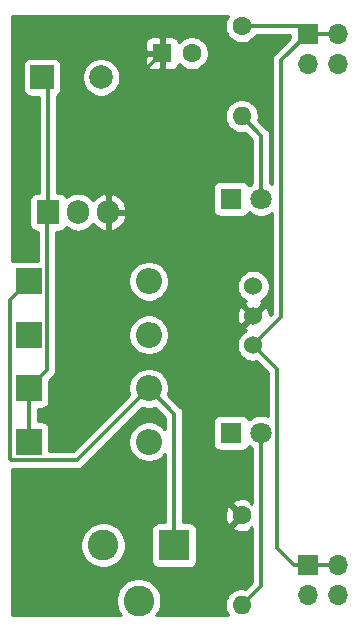
<source format=gtl>
G04 #@! TF.GenerationSoftware,KiCad,Pcbnew,(5.1.9)-1*
G04 #@! TF.CreationDate,2021-01-12T20:24:35-08:00*
G04 #@! TF.ProjectId,BreadboardPowerSupply,42726561-6462-46f6-9172-64506f776572,1*
G04 #@! TF.SameCoordinates,Original*
G04 #@! TF.FileFunction,Copper,L1,Top*
G04 #@! TF.FilePolarity,Positive*
%FSLAX46Y46*%
G04 Gerber Fmt 4.6, Leading zero omitted, Abs format (unit mm)*
G04 Created by KiCad (PCBNEW (5.1.9)-1) date 2021-01-12 20:24:35*
%MOMM*%
%LPD*%
G01*
G04 APERTURE LIST*
G04 #@! TA.AperFunction,ComponentPad*
%ADD10R,2.000000X2.000000*%
G04 #@! TD*
G04 #@! TA.AperFunction,ComponentPad*
%ADD11C,2.000000*%
G04 #@! TD*
G04 #@! TA.AperFunction,ComponentPad*
%ADD12R,1.600000X1.600000*%
G04 #@! TD*
G04 #@! TA.AperFunction,ComponentPad*
%ADD13C,1.600000*%
G04 #@! TD*
G04 #@! TA.AperFunction,ComponentPad*
%ADD14R,2.200000X2.200000*%
G04 #@! TD*
G04 #@! TA.AperFunction,ComponentPad*
%ADD15O,2.200000X2.200000*%
G04 #@! TD*
G04 #@! TA.AperFunction,ComponentPad*
%ADD16R,1.800000X1.800000*%
G04 #@! TD*
G04 #@! TA.AperFunction,ComponentPad*
%ADD17C,1.800000*%
G04 #@! TD*
G04 #@! TA.AperFunction,ComponentPad*
%ADD18R,2.600000X2.600000*%
G04 #@! TD*
G04 #@! TA.AperFunction,ComponentPad*
%ADD19C,2.600000*%
G04 #@! TD*
G04 #@! TA.AperFunction,ComponentPad*
%ADD20R,1.700000X1.700000*%
G04 #@! TD*
G04 #@! TA.AperFunction,ComponentPad*
%ADD21O,1.700000X1.700000*%
G04 #@! TD*
G04 #@! TA.AperFunction,ComponentPad*
%ADD22O,1.600000X1.600000*%
G04 #@! TD*
G04 #@! TA.AperFunction,ComponentPad*
%ADD23C,1.524000*%
G04 #@! TD*
G04 #@! TA.AperFunction,ComponentPad*
%ADD24R,1.905000X2.000000*%
G04 #@! TD*
G04 #@! TA.AperFunction,ComponentPad*
%ADD25O,1.905000X2.000000*%
G04 #@! TD*
G04 #@! TA.AperFunction,Conductor*
%ADD26C,0.300000*%
G04 #@! TD*
G04 #@! TA.AperFunction,Conductor*
%ADD27C,0.254000*%
G04 #@! TD*
G04 #@! TA.AperFunction,Conductor*
%ADD28C,0.100000*%
G04 #@! TD*
G04 APERTURE END LIST*
D10*
G04 #@! TO.P,C1,1*
G04 #@! TO.N,/Vin*
X104775000Y-82042000D03*
D11*
G04 #@! TO.P,C1,2*
G04 #@! TO.N,/V-*
X109775000Y-82042000D03*
G04 #@! TD*
D12*
G04 #@! TO.P,C2,1*
G04 #@! TO.N,/Vout1*
X114935000Y-80010000D03*
D13*
G04 #@! TO.P,C2,2*
G04 #@! TO.N,/V-*
X117435000Y-80010000D03*
G04 #@! TD*
D14*
G04 #@! TO.P,D1,1*
G04 #@! TO.N,/Vin*
X103632000Y-108373332D03*
D15*
G04 #@! TO.P,D1,2*
G04 #@! TO.N,Net-(D1-Pad2)*
X113792000Y-108373332D03*
G04 #@! TD*
D14*
G04 #@! TO.P,D2,1*
G04 #@! TO.N,Net-(D1-Pad2)*
X103632000Y-99314000D03*
D15*
G04 #@! TO.P,D2,2*
G04 #@! TO.N,/V-*
X113792000Y-99314000D03*
G04 #@! TD*
G04 #@! TO.P,D3,2*
G04 #@! TO.N,Net-(D3-Pad2)*
X113792000Y-112903000D03*
D14*
G04 #@! TO.P,D3,1*
G04 #@! TO.N,/Vin*
X103632000Y-112903000D03*
G04 #@! TD*
D15*
G04 #@! TO.P,D4,2*
G04 #@! TO.N,/V-*
X113792000Y-103843666D03*
D14*
G04 #@! TO.P,D4,1*
G04 #@! TO.N,Net-(D3-Pad2)*
X103632000Y-103843666D03*
G04 #@! TD*
D16*
G04 #@! TO.P,D5,1*
G04 #@! TO.N,/V-*
X120777000Y-112141000D03*
D17*
G04 #@! TO.P,D5,2*
G04 #@! TO.N,Net-(D5-Pad2)*
X123317000Y-112141000D03*
G04 #@! TD*
G04 #@! TO.P,D6,2*
G04 #@! TO.N,Net-(D6-Pad2)*
X123317000Y-92329000D03*
D16*
G04 #@! TO.P,D6,1*
G04 #@! TO.N,/V-*
X120777000Y-92329000D03*
G04 #@! TD*
D18*
G04 #@! TO.P,J1,1*
G04 #@! TO.N,Net-(D1-Pad2)*
X115951000Y-121666000D03*
D19*
G04 #@! TO.P,J1,2*
G04 #@! TO.N,Net-(D3-Pad2)*
X109951000Y-121666000D03*
G04 #@! TO.P,J1,3*
G04 #@! TO.N,Net-(J1-Pad3)*
X112951000Y-126366000D03*
G04 #@! TD*
D20*
G04 #@! TO.P,J2,1*
G04 #@! TO.N,/Vout2*
X127254000Y-78359000D03*
D21*
G04 #@! TO.P,J2,2*
X129794000Y-78359000D03*
G04 #@! TO.P,J2,3*
G04 #@! TO.N,/V-*
X127254000Y-80899000D03*
G04 #@! TO.P,J2,4*
X129794000Y-80899000D03*
G04 #@! TD*
G04 #@! TO.P,J3,4*
G04 #@! TO.N,/V-*
X129794000Y-125857000D03*
G04 #@! TO.P,J3,3*
X127254000Y-125857000D03*
G04 #@! TO.P,J3,2*
G04 #@! TO.N,/Vout2*
X129794000Y-123317000D03*
D20*
G04 #@! TO.P,J3,1*
X127254000Y-123317000D03*
G04 #@! TD*
D13*
G04 #@! TO.P,R1,1*
G04 #@! TO.N,/Vout1*
X121666000Y-119126000D03*
D22*
G04 #@! TO.P,R1,2*
G04 #@! TO.N,Net-(D5-Pad2)*
X121666000Y-126746000D03*
G04 #@! TD*
G04 #@! TO.P,R2,2*
G04 #@! TO.N,Net-(D6-Pad2)*
X121666000Y-85344000D03*
D13*
G04 #@! TO.P,R2,1*
G04 #@! TO.N,/Vout2*
X121666000Y-77724000D03*
G04 #@! TD*
D23*
G04 #@! TO.P,SW1,2*
G04 #@! TO.N,/Vout1*
X122650680Y-102235000D03*
G04 #@! TO.P,SW1,3*
G04 #@! TO.N,Net-(SW1-Pad3)*
X122650680Y-99745800D03*
G04 #@! TO.P,SW1,1*
G04 #@! TO.N,/Vout2*
X122650680Y-104724200D03*
G04 #@! TD*
D24*
G04 #@! TO.P,U1,1*
G04 #@! TO.N,/Vin*
X105283000Y-93472000D03*
D25*
G04 #@! TO.P,U1,2*
G04 #@! TO.N,/V-*
X107823000Y-93472000D03*
G04 #@! TO.P,U1,3*
G04 #@! TO.N,/Vout1*
X110363000Y-93472000D03*
G04 #@! TD*
D26*
G04 #@! TO.N,/Vin*
X103632000Y-112903000D02*
X103632000Y-108373332D01*
X105182001Y-93572999D02*
X105283000Y-93472000D01*
X105283000Y-82550000D02*
X104775000Y-82042000D01*
X105283000Y-93472000D02*
X105283000Y-82550000D01*
X103632000Y-108373332D02*
X105182001Y-106823331D01*
X105182001Y-106823331D02*
X105182001Y-93572999D01*
G04 #@! TO.N,/Vout1*
X121666000Y-119126000D02*
X118364000Y-115824000D01*
X118364000Y-106521680D02*
X122650680Y-102235000D01*
X118364000Y-115824000D02*
X118364000Y-106521680D01*
X113887680Y-93472000D02*
X122650680Y-102235000D01*
X110363000Y-93472000D02*
X113887680Y-93472000D01*
X110363000Y-84582000D02*
X114935000Y-80010000D01*
X110363000Y-93472000D02*
X110363000Y-84582000D01*
G04 #@! TO.N,Net-(D1-Pad2)*
X115951000Y-110532332D02*
X113792000Y-108373332D01*
X115951000Y-121666000D02*
X115951000Y-110532332D01*
X102081999Y-100864001D02*
X103632000Y-99314000D01*
X102171999Y-114453001D02*
X102081999Y-114363001D01*
X102081999Y-114363001D02*
X102081999Y-100864001D01*
X107712331Y-114453001D02*
X102171999Y-114453001D01*
X113792000Y-108373332D02*
X107712331Y-114453001D01*
G04 #@! TO.N,Net-(D5-Pad2)*
X123317000Y-125095000D02*
X121666000Y-126746000D01*
X123317000Y-112141000D02*
X123317000Y-125095000D01*
G04 #@! TO.N,Net-(D6-Pad2)*
X123317000Y-86995000D02*
X121666000Y-85344000D01*
X123317000Y-92329000D02*
X123317000Y-86995000D01*
G04 #@! TO.N,/Vout2*
X129794000Y-123317000D02*
X127254000Y-123317000D01*
X124667001Y-106740521D02*
X122650680Y-104724200D01*
X126104000Y-123317000D02*
X124667001Y-121880001D01*
X124667001Y-121880001D02*
X124667001Y-106740521D01*
X127254000Y-123317000D02*
X126104000Y-123317000D01*
X125000990Y-80612010D02*
X127254000Y-78359000D01*
X122650680Y-104724200D02*
X125000990Y-102373890D01*
X127254000Y-78359000D02*
X129794000Y-78359000D01*
X125000990Y-102373890D02*
X125000990Y-80612010D01*
X126619000Y-77724000D02*
X127254000Y-78359000D01*
X121666000Y-77724000D02*
X126619000Y-77724000D01*
G04 #@! TD*
D27*
G04 #@! TO.N,/Vout1*
X120394320Y-77044273D02*
X120286147Y-77305426D01*
X120231000Y-77582665D01*
X120231000Y-77865335D01*
X120286147Y-78142574D01*
X120394320Y-78403727D01*
X120551363Y-78638759D01*
X120751241Y-78838637D01*
X120986273Y-78995680D01*
X121247426Y-79103853D01*
X121524665Y-79159000D01*
X121807335Y-79159000D01*
X122084574Y-79103853D01*
X122345727Y-78995680D01*
X122580759Y-78838637D01*
X122780637Y-78638759D01*
X122867339Y-78509000D01*
X125765928Y-78509000D01*
X125765928Y-78736914D01*
X124473175Y-80029668D01*
X124443227Y-80054246D01*
X124418649Y-80084194D01*
X124418645Y-80084198D01*
X124385680Y-80124366D01*
X124345129Y-80173777D01*
X124306167Y-80246670D01*
X124272236Y-80310151D01*
X124227349Y-80458124D01*
X124212193Y-80612010D01*
X124215991Y-80650573D01*
X124215991Y-91083558D01*
X124102000Y-91007392D01*
X124102000Y-87033556D01*
X124105797Y-86995000D01*
X124102000Y-86956444D01*
X124102000Y-86956439D01*
X124098020Y-86916026D01*
X124090642Y-86841113D01*
X124045754Y-86693140D01*
X123972862Y-86556767D01*
X123874764Y-86437236D01*
X123844810Y-86412653D01*
X123070554Y-85638397D01*
X123101000Y-85485335D01*
X123101000Y-85202665D01*
X123045853Y-84925426D01*
X122937680Y-84664273D01*
X122780637Y-84429241D01*
X122580759Y-84229363D01*
X122345727Y-84072320D01*
X122084574Y-83964147D01*
X121807335Y-83909000D01*
X121524665Y-83909000D01*
X121247426Y-83964147D01*
X120986273Y-84072320D01*
X120751241Y-84229363D01*
X120551363Y-84429241D01*
X120394320Y-84664273D01*
X120286147Y-84925426D01*
X120231000Y-85202665D01*
X120231000Y-85485335D01*
X120286147Y-85762574D01*
X120394320Y-86023727D01*
X120551363Y-86258759D01*
X120751241Y-86458637D01*
X120986273Y-86615680D01*
X121247426Y-86723853D01*
X121524665Y-86779000D01*
X121807335Y-86779000D01*
X121960397Y-86748554D01*
X122532001Y-87320158D01*
X122532000Y-91007392D01*
X122338495Y-91136688D01*
X122272056Y-91203127D01*
X122266502Y-91184820D01*
X122207537Y-91074506D01*
X122128185Y-90977815D01*
X122031494Y-90898463D01*
X121921180Y-90839498D01*
X121801482Y-90803188D01*
X121677000Y-90790928D01*
X119877000Y-90790928D01*
X119752518Y-90803188D01*
X119632820Y-90839498D01*
X119522506Y-90898463D01*
X119425815Y-90977815D01*
X119346463Y-91074506D01*
X119287498Y-91184820D01*
X119251188Y-91304518D01*
X119238928Y-91429000D01*
X119238928Y-93229000D01*
X119251188Y-93353482D01*
X119287498Y-93473180D01*
X119346463Y-93583494D01*
X119425815Y-93680185D01*
X119522506Y-93759537D01*
X119632820Y-93818502D01*
X119752518Y-93854812D01*
X119877000Y-93867072D01*
X121677000Y-93867072D01*
X121801482Y-93854812D01*
X121921180Y-93818502D01*
X122031494Y-93759537D01*
X122128185Y-93680185D01*
X122207537Y-93583494D01*
X122266502Y-93473180D01*
X122272056Y-93454873D01*
X122338495Y-93521312D01*
X122589905Y-93689299D01*
X122869257Y-93805011D01*
X123165816Y-93864000D01*
X123468184Y-93864000D01*
X123764743Y-93805011D01*
X124044095Y-93689299D01*
X124215990Y-93574442D01*
X124215990Y-102048732D01*
X124050172Y-102214550D01*
X124052590Y-102162983D01*
X124011602Y-101890867D01*
X123918316Y-101631977D01*
X123856336Y-101516020D01*
X123616245Y-101449040D01*
X122830285Y-102235000D01*
X122844428Y-102249143D01*
X122664823Y-102428748D01*
X122650680Y-102414605D01*
X121864720Y-103200565D01*
X121931700Y-103440656D01*
X122010002Y-103477476D01*
X121988953Y-103486195D01*
X121760145Y-103639080D01*
X121565560Y-103833665D01*
X121412675Y-104062473D01*
X121307366Y-104316710D01*
X121253680Y-104586608D01*
X121253680Y-104861792D01*
X121307366Y-105131690D01*
X121412675Y-105385927D01*
X121565560Y-105614735D01*
X121760145Y-105809320D01*
X121988953Y-105962205D01*
X122243190Y-106067514D01*
X122513088Y-106121200D01*
X122788272Y-106121200D01*
X122912761Y-106096438D01*
X123882002Y-107065679D01*
X123882002Y-110713559D01*
X123764743Y-110664989D01*
X123468184Y-110606000D01*
X123165816Y-110606000D01*
X122869257Y-110664989D01*
X122589905Y-110780701D01*
X122338495Y-110948688D01*
X122272056Y-111015127D01*
X122266502Y-110996820D01*
X122207537Y-110886506D01*
X122128185Y-110789815D01*
X122031494Y-110710463D01*
X121921180Y-110651498D01*
X121801482Y-110615188D01*
X121677000Y-110602928D01*
X119877000Y-110602928D01*
X119752518Y-110615188D01*
X119632820Y-110651498D01*
X119522506Y-110710463D01*
X119425815Y-110789815D01*
X119346463Y-110886506D01*
X119287498Y-110996820D01*
X119251188Y-111116518D01*
X119238928Y-111241000D01*
X119238928Y-113041000D01*
X119251188Y-113165482D01*
X119287498Y-113285180D01*
X119346463Y-113395494D01*
X119425815Y-113492185D01*
X119522506Y-113571537D01*
X119632820Y-113630502D01*
X119752518Y-113666812D01*
X119877000Y-113679072D01*
X121677000Y-113679072D01*
X121801482Y-113666812D01*
X121921180Y-113630502D01*
X122031494Y-113571537D01*
X122128185Y-113492185D01*
X122207537Y-113395494D01*
X122266502Y-113285180D01*
X122272056Y-113266873D01*
X122338495Y-113333312D01*
X122532000Y-113462608D01*
X122532000Y-118080393D01*
X122479097Y-118133296D01*
X122407514Y-117889329D01*
X122152004Y-117768429D01*
X121877816Y-117699700D01*
X121595488Y-117685783D01*
X121315870Y-117727213D01*
X121049708Y-117822397D01*
X120924486Y-117889329D01*
X120852903Y-118133298D01*
X121666000Y-118946395D01*
X121680143Y-118932253D01*
X121859748Y-119111858D01*
X121845605Y-119126000D01*
X121859748Y-119140143D01*
X121680143Y-119319748D01*
X121666000Y-119305605D01*
X120852903Y-120118702D01*
X120924486Y-120362671D01*
X121179996Y-120483571D01*
X121454184Y-120552300D01*
X121736512Y-120566217D01*
X122016130Y-120524787D01*
X122282292Y-120429603D01*
X122407514Y-120362671D01*
X122479097Y-120118704D01*
X122532001Y-120171608D01*
X122532001Y-124769842D01*
X121960397Y-125341446D01*
X121807335Y-125311000D01*
X121524665Y-125311000D01*
X121247426Y-125366147D01*
X120986273Y-125474320D01*
X120751241Y-125631363D01*
X120551363Y-125831241D01*
X120394320Y-126066273D01*
X120286147Y-126327426D01*
X120231000Y-126604665D01*
X120231000Y-126887335D01*
X120286147Y-127164574D01*
X120394320Y-127425727D01*
X120517447Y-127610000D01*
X114443504Y-127610000D01*
X114454013Y-127599491D01*
X114665775Y-127282566D01*
X114811639Y-126930419D01*
X114886000Y-126556581D01*
X114886000Y-126175419D01*
X114811639Y-125801581D01*
X114665775Y-125449434D01*
X114454013Y-125132509D01*
X114184491Y-124862987D01*
X113867566Y-124651225D01*
X113515419Y-124505361D01*
X113141581Y-124431000D01*
X112760419Y-124431000D01*
X112386581Y-124505361D01*
X112034434Y-124651225D01*
X111717509Y-124862987D01*
X111447987Y-125132509D01*
X111236225Y-125449434D01*
X111090361Y-125801581D01*
X111016000Y-126175419D01*
X111016000Y-126556581D01*
X111090361Y-126930419D01*
X111236225Y-127282566D01*
X111447987Y-127599491D01*
X111458496Y-127610000D01*
X102260000Y-127610000D01*
X102260000Y-121475419D01*
X108016000Y-121475419D01*
X108016000Y-121856581D01*
X108090361Y-122230419D01*
X108236225Y-122582566D01*
X108447987Y-122899491D01*
X108717509Y-123169013D01*
X109034434Y-123380775D01*
X109386581Y-123526639D01*
X109760419Y-123601000D01*
X110141581Y-123601000D01*
X110515419Y-123526639D01*
X110867566Y-123380775D01*
X111184491Y-123169013D01*
X111454013Y-122899491D01*
X111665775Y-122582566D01*
X111811639Y-122230419D01*
X111886000Y-121856581D01*
X111886000Y-121475419D01*
X111811639Y-121101581D01*
X111665775Y-120749434D01*
X111454013Y-120432509D01*
X111184491Y-120162987D01*
X110867566Y-119951225D01*
X110515419Y-119805361D01*
X110141581Y-119731000D01*
X109760419Y-119731000D01*
X109386581Y-119805361D01*
X109034434Y-119951225D01*
X108717509Y-120162987D01*
X108447987Y-120432509D01*
X108236225Y-120749434D01*
X108090361Y-121101581D01*
X108016000Y-121475419D01*
X102260000Y-121475419D01*
X102260000Y-115238001D01*
X107673778Y-115238001D01*
X107712331Y-115241798D01*
X107750884Y-115238001D01*
X107750892Y-115238001D01*
X107866218Y-115226642D01*
X108014191Y-115181755D01*
X108150564Y-115108863D01*
X108270095Y-115010765D01*
X108294678Y-114980811D01*
X113249089Y-110026401D01*
X113285919Y-110041657D01*
X113621117Y-110108332D01*
X113962883Y-110108332D01*
X114298081Y-110041657D01*
X114334912Y-110026401D01*
X115166001Y-110857491D01*
X115166001Y-111836419D01*
X115139663Y-111797002D01*
X114897998Y-111555337D01*
X114613831Y-111365463D01*
X114298081Y-111234675D01*
X113962883Y-111168000D01*
X113621117Y-111168000D01*
X113285919Y-111234675D01*
X112970169Y-111365463D01*
X112686002Y-111555337D01*
X112444337Y-111797002D01*
X112254463Y-112081169D01*
X112123675Y-112396919D01*
X112057000Y-112732117D01*
X112057000Y-113073883D01*
X112123675Y-113409081D01*
X112254463Y-113724831D01*
X112444337Y-114008998D01*
X112686002Y-114250663D01*
X112970169Y-114440537D01*
X113285919Y-114571325D01*
X113621117Y-114638000D01*
X113962883Y-114638000D01*
X114298081Y-114571325D01*
X114613831Y-114440537D01*
X114897998Y-114250663D01*
X115139663Y-114008998D01*
X115166001Y-113969581D01*
X115166000Y-119727928D01*
X114651000Y-119727928D01*
X114526518Y-119740188D01*
X114406820Y-119776498D01*
X114296506Y-119835463D01*
X114199815Y-119914815D01*
X114120463Y-120011506D01*
X114061498Y-120121820D01*
X114025188Y-120241518D01*
X114012928Y-120366000D01*
X114012928Y-122966000D01*
X114025188Y-123090482D01*
X114061498Y-123210180D01*
X114120463Y-123320494D01*
X114199815Y-123417185D01*
X114296506Y-123496537D01*
X114406820Y-123555502D01*
X114526518Y-123591812D01*
X114651000Y-123604072D01*
X117251000Y-123604072D01*
X117375482Y-123591812D01*
X117495180Y-123555502D01*
X117605494Y-123496537D01*
X117702185Y-123417185D01*
X117781537Y-123320494D01*
X117840502Y-123210180D01*
X117876812Y-123090482D01*
X117889072Y-122966000D01*
X117889072Y-120366000D01*
X117876812Y-120241518D01*
X117840502Y-120121820D01*
X117781537Y-120011506D01*
X117702185Y-119914815D01*
X117605494Y-119835463D01*
X117495180Y-119776498D01*
X117375482Y-119740188D01*
X117251000Y-119727928D01*
X116736000Y-119727928D01*
X116736000Y-119196512D01*
X120225783Y-119196512D01*
X120267213Y-119476130D01*
X120362397Y-119742292D01*
X120429329Y-119867514D01*
X120673298Y-119939097D01*
X121486395Y-119126000D01*
X120673298Y-118312903D01*
X120429329Y-118384486D01*
X120308429Y-118639996D01*
X120239700Y-118914184D01*
X120225783Y-119196512D01*
X116736000Y-119196512D01*
X116736000Y-110570884D01*
X116739797Y-110532331D01*
X116736000Y-110493778D01*
X116736000Y-110493771D01*
X116724641Y-110378445D01*
X116679754Y-110230472D01*
X116606862Y-110094099D01*
X116508764Y-109974568D01*
X116478816Y-109949990D01*
X115445069Y-108916244D01*
X115460325Y-108879413D01*
X115527000Y-108544215D01*
X115527000Y-108202449D01*
X115460325Y-107867251D01*
X115329537Y-107551501D01*
X115139663Y-107267334D01*
X114897998Y-107025669D01*
X114613831Y-106835795D01*
X114298081Y-106705007D01*
X113962883Y-106638332D01*
X113621117Y-106638332D01*
X113285919Y-106705007D01*
X112970169Y-106835795D01*
X112686002Y-107025669D01*
X112444337Y-107267334D01*
X112254463Y-107551501D01*
X112123675Y-107867251D01*
X112057000Y-108202449D01*
X112057000Y-108544215D01*
X112123675Y-108879413D01*
X112138931Y-108916243D01*
X107387174Y-113668001D01*
X105370072Y-113668001D01*
X105370072Y-111803000D01*
X105357812Y-111678518D01*
X105321502Y-111558820D01*
X105262537Y-111448506D01*
X105183185Y-111351815D01*
X105086494Y-111272463D01*
X104976180Y-111213498D01*
X104856482Y-111177188D01*
X104732000Y-111164928D01*
X104417000Y-111164928D01*
X104417000Y-110111404D01*
X104732000Y-110111404D01*
X104856482Y-110099144D01*
X104976180Y-110062834D01*
X105086494Y-110003869D01*
X105183185Y-109924517D01*
X105262537Y-109827826D01*
X105321502Y-109717512D01*
X105357812Y-109597814D01*
X105370072Y-109473332D01*
X105370072Y-107745418D01*
X105709818Y-107405672D01*
X105739765Y-107381095D01*
X105837863Y-107261564D01*
X105910755Y-107125191D01*
X105955642Y-106977218D01*
X105967001Y-106861892D01*
X105967001Y-106861885D01*
X105970798Y-106823332D01*
X105967001Y-106784779D01*
X105967001Y-103672783D01*
X112057000Y-103672783D01*
X112057000Y-104014549D01*
X112123675Y-104349747D01*
X112254463Y-104665497D01*
X112444337Y-104949664D01*
X112686002Y-105191329D01*
X112970169Y-105381203D01*
X113285919Y-105511991D01*
X113621117Y-105578666D01*
X113962883Y-105578666D01*
X114298081Y-105511991D01*
X114613831Y-105381203D01*
X114897998Y-105191329D01*
X115139663Y-104949664D01*
X115329537Y-104665497D01*
X115460325Y-104349747D01*
X115527000Y-104014549D01*
X115527000Y-103672783D01*
X115460325Y-103337585D01*
X115329537Y-103021835D01*
X115139663Y-102737668D01*
X114897998Y-102496003D01*
X114615160Y-102307017D01*
X121248770Y-102307017D01*
X121289758Y-102579133D01*
X121383044Y-102838023D01*
X121445024Y-102953980D01*
X121685115Y-103020960D01*
X122471075Y-102235000D01*
X121685115Y-101449040D01*
X121445024Y-101516020D01*
X121327924Y-101765048D01*
X121261657Y-102032135D01*
X121248770Y-102307017D01*
X114615160Y-102307017D01*
X114613831Y-102306129D01*
X114298081Y-102175341D01*
X113962883Y-102108666D01*
X113621117Y-102108666D01*
X113285919Y-102175341D01*
X112970169Y-102306129D01*
X112686002Y-102496003D01*
X112444337Y-102737668D01*
X112254463Y-103021835D01*
X112123675Y-103337585D01*
X112057000Y-103672783D01*
X105967001Y-103672783D01*
X105967001Y-99143117D01*
X112057000Y-99143117D01*
X112057000Y-99484883D01*
X112123675Y-99820081D01*
X112254463Y-100135831D01*
X112444337Y-100419998D01*
X112686002Y-100661663D01*
X112970169Y-100851537D01*
X113285919Y-100982325D01*
X113621117Y-101049000D01*
X113962883Y-101049000D01*
X114298081Y-100982325D01*
X114613831Y-100851537D01*
X114897998Y-100661663D01*
X115139663Y-100419998D01*
X115329537Y-100135831D01*
X115460325Y-99820081D01*
X115502469Y-99608208D01*
X121253680Y-99608208D01*
X121253680Y-99883392D01*
X121307366Y-100153290D01*
X121412675Y-100407527D01*
X121565560Y-100636335D01*
X121760145Y-100830920D01*
X121988953Y-100983805D01*
X122004697Y-100990326D01*
X121931700Y-101029344D01*
X121864720Y-101269435D01*
X122650680Y-102055395D01*
X123436640Y-101269435D01*
X123369660Y-101029344D01*
X123291358Y-100992524D01*
X123312407Y-100983805D01*
X123541215Y-100830920D01*
X123735800Y-100636335D01*
X123888685Y-100407527D01*
X123993994Y-100153290D01*
X124047680Y-99883392D01*
X124047680Y-99608208D01*
X123993994Y-99338310D01*
X123888685Y-99084073D01*
X123735800Y-98855265D01*
X123541215Y-98660680D01*
X123312407Y-98507795D01*
X123058170Y-98402486D01*
X122788272Y-98348800D01*
X122513088Y-98348800D01*
X122243190Y-98402486D01*
X121988953Y-98507795D01*
X121760145Y-98660680D01*
X121565560Y-98855265D01*
X121412675Y-99084073D01*
X121307366Y-99338310D01*
X121253680Y-99608208D01*
X115502469Y-99608208D01*
X115527000Y-99484883D01*
X115527000Y-99143117D01*
X115460325Y-98807919D01*
X115329537Y-98492169D01*
X115139663Y-98208002D01*
X114897998Y-97966337D01*
X114613831Y-97776463D01*
X114298081Y-97645675D01*
X113962883Y-97579000D01*
X113621117Y-97579000D01*
X113285919Y-97645675D01*
X112970169Y-97776463D01*
X112686002Y-97966337D01*
X112444337Y-98208002D01*
X112254463Y-98492169D01*
X112123675Y-98807919D01*
X112057000Y-99143117D01*
X105967001Y-99143117D01*
X105967001Y-95110072D01*
X106235500Y-95110072D01*
X106359982Y-95097812D01*
X106479680Y-95061502D01*
X106589994Y-95002537D01*
X106686685Y-94923185D01*
X106766037Y-94826494D01*
X106810905Y-94742553D01*
X106936766Y-94845845D01*
X107212552Y-94993255D01*
X107511797Y-95084030D01*
X107823000Y-95114681D01*
X108134204Y-95084030D01*
X108433449Y-94993255D01*
X108709235Y-94845845D01*
X108950963Y-94647463D01*
X109098162Y-94468100D01*
X109253563Y-94653315D01*
X109496077Y-94847969D01*
X109771906Y-94991571D01*
X109990020Y-95062563D01*
X110236000Y-94942594D01*
X110236000Y-93599000D01*
X110490000Y-93599000D01*
X110490000Y-94942594D01*
X110735980Y-95062563D01*
X110954094Y-94991571D01*
X111229923Y-94847969D01*
X111472437Y-94653315D01*
X111672316Y-94415089D01*
X111821879Y-94142446D01*
X111915378Y-93845863D01*
X111788570Y-93599000D01*
X110490000Y-93599000D01*
X110236000Y-93599000D01*
X110216000Y-93599000D01*
X110216000Y-93345000D01*
X110236000Y-93345000D01*
X110236000Y-92001406D01*
X110490000Y-92001406D01*
X110490000Y-93345000D01*
X111788570Y-93345000D01*
X111915378Y-93098137D01*
X111821879Y-92801554D01*
X111672316Y-92528911D01*
X111472437Y-92290685D01*
X111229923Y-92096031D01*
X110954094Y-91952429D01*
X110735980Y-91881437D01*
X110490000Y-92001406D01*
X110236000Y-92001406D01*
X109990020Y-91881437D01*
X109771906Y-91952429D01*
X109496077Y-92096031D01*
X109253563Y-92290685D01*
X109098163Y-92475899D01*
X108950963Y-92296537D01*
X108709234Y-92098155D01*
X108433448Y-91950745D01*
X108134203Y-91859970D01*
X107823000Y-91829319D01*
X107511796Y-91859970D01*
X107212551Y-91950745D01*
X106936765Y-92098155D01*
X106810905Y-92201446D01*
X106766037Y-92117506D01*
X106686685Y-92020815D01*
X106589994Y-91941463D01*
X106479680Y-91882498D01*
X106359982Y-91846188D01*
X106235500Y-91833928D01*
X106068000Y-91833928D01*
X106068000Y-83605407D01*
X106129494Y-83572537D01*
X106226185Y-83493185D01*
X106305537Y-83396494D01*
X106364502Y-83286180D01*
X106400812Y-83166482D01*
X106413072Y-83042000D01*
X106413072Y-81880967D01*
X108140000Y-81880967D01*
X108140000Y-82203033D01*
X108202832Y-82518912D01*
X108326082Y-82816463D01*
X108505013Y-83084252D01*
X108732748Y-83311987D01*
X109000537Y-83490918D01*
X109298088Y-83614168D01*
X109613967Y-83677000D01*
X109936033Y-83677000D01*
X110251912Y-83614168D01*
X110549463Y-83490918D01*
X110817252Y-83311987D01*
X111044987Y-83084252D01*
X111223918Y-82816463D01*
X111347168Y-82518912D01*
X111410000Y-82203033D01*
X111410000Y-81880967D01*
X111347168Y-81565088D01*
X111223918Y-81267537D01*
X111044987Y-80999748D01*
X110855239Y-80810000D01*
X113496928Y-80810000D01*
X113509188Y-80934482D01*
X113545498Y-81054180D01*
X113604463Y-81164494D01*
X113683815Y-81261185D01*
X113780506Y-81340537D01*
X113890820Y-81399502D01*
X114010518Y-81435812D01*
X114135000Y-81448072D01*
X114649250Y-81445000D01*
X114808000Y-81286250D01*
X114808000Y-80137000D01*
X113658750Y-80137000D01*
X113500000Y-80295750D01*
X113496928Y-80810000D01*
X110855239Y-80810000D01*
X110817252Y-80772013D01*
X110549463Y-80593082D01*
X110251912Y-80469832D01*
X109936033Y-80407000D01*
X109613967Y-80407000D01*
X109298088Y-80469832D01*
X109000537Y-80593082D01*
X108732748Y-80772013D01*
X108505013Y-80999748D01*
X108326082Y-81267537D01*
X108202832Y-81565088D01*
X108140000Y-81880967D01*
X106413072Y-81880967D01*
X106413072Y-81042000D01*
X106400812Y-80917518D01*
X106364502Y-80797820D01*
X106305537Y-80687506D01*
X106226185Y-80590815D01*
X106129494Y-80511463D01*
X106019180Y-80452498D01*
X105899482Y-80416188D01*
X105775000Y-80403928D01*
X103775000Y-80403928D01*
X103650518Y-80416188D01*
X103530820Y-80452498D01*
X103420506Y-80511463D01*
X103323815Y-80590815D01*
X103244463Y-80687506D01*
X103185498Y-80797820D01*
X103149188Y-80917518D01*
X103136928Y-81042000D01*
X103136928Y-83042000D01*
X103149188Y-83166482D01*
X103185498Y-83286180D01*
X103244463Y-83396494D01*
X103323815Y-83493185D01*
X103420506Y-83572537D01*
X103530820Y-83631502D01*
X103650518Y-83667812D01*
X103775000Y-83680072D01*
X104498001Y-83680072D01*
X104498000Y-91833928D01*
X104330500Y-91833928D01*
X104206018Y-91846188D01*
X104086320Y-91882498D01*
X103976006Y-91941463D01*
X103879315Y-92020815D01*
X103799963Y-92117506D01*
X103740998Y-92227820D01*
X103704688Y-92347518D01*
X103692428Y-92472000D01*
X103692428Y-94472000D01*
X103704688Y-94596482D01*
X103740998Y-94716180D01*
X103799963Y-94826494D01*
X103879315Y-94923185D01*
X103976006Y-95002537D01*
X104086320Y-95061502D01*
X104206018Y-95097812D01*
X104330500Y-95110072D01*
X104397002Y-95110072D01*
X104397002Y-97575928D01*
X102532000Y-97575928D01*
X102407518Y-97588188D01*
X102287820Y-97624498D01*
X102260000Y-97639368D01*
X102260000Y-79210000D01*
X113496928Y-79210000D01*
X113500000Y-79724250D01*
X113658750Y-79883000D01*
X114808000Y-79883000D01*
X114808000Y-78733750D01*
X115062000Y-78733750D01*
X115062000Y-79883000D01*
X115082000Y-79883000D01*
X115082000Y-80137000D01*
X115062000Y-80137000D01*
X115062000Y-81286250D01*
X115220750Y-81445000D01*
X115735000Y-81448072D01*
X115859482Y-81435812D01*
X115979180Y-81399502D01*
X116089494Y-81340537D01*
X116186185Y-81261185D01*
X116265537Y-81164494D01*
X116324502Y-81054180D01*
X116353661Y-80958057D01*
X116520241Y-81124637D01*
X116755273Y-81281680D01*
X117016426Y-81389853D01*
X117293665Y-81445000D01*
X117576335Y-81445000D01*
X117853574Y-81389853D01*
X118114727Y-81281680D01*
X118349759Y-81124637D01*
X118549637Y-80924759D01*
X118706680Y-80689727D01*
X118814853Y-80428574D01*
X118870000Y-80151335D01*
X118870000Y-79868665D01*
X118814853Y-79591426D01*
X118706680Y-79330273D01*
X118549637Y-79095241D01*
X118349759Y-78895363D01*
X118114727Y-78738320D01*
X117853574Y-78630147D01*
X117576335Y-78575000D01*
X117293665Y-78575000D01*
X117016426Y-78630147D01*
X116755273Y-78738320D01*
X116520241Y-78895363D01*
X116353661Y-79061943D01*
X116324502Y-78965820D01*
X116265537Y-78855506D01*
X116186185Y-78758815D01*
X116089494Y-78679463D01*
X115979180Y-78620498D01*
X115859482Y-78584188D01*
X115735000Y-78571928D01*
X115220750Y-78575000D01*
X115062000Y-78733750D01*
X114808000Y-78733750D01*
X114649250Y-78575000D01*
X114135000Y-78571928D01*
X114010518Y-78584188D01*
X113890820Y-78620498D01*
X113780506Y-78679463D01*
X113683815Y-78758815D01*
X113604463Y-78855506D01*
X113545498Y-78965820D01*
X113509188Y-79085518D01*
X113496928Y-79210000D01*
X102260000Y-79210000D01*
X102260000Y-76860000D01*
X120517447Y-76860000D01*
X120394320Y-77044273D01*
G04 #@! TA.AperFunction,Conductor*
D28*
G36*
X120394320Y-77044273D02*
G01*
X120286147Y-77305426D01*
X120231000Y-77582665D01*
X120231000Y-77865335D01*
X120286147Y-78142574D01*
X120394320Y-78403727D01*
X120551363Y-78638759D01*
X120751241Y-78838637D01*
X120986273Y-78995680D01*
X121247426Y-79103853D01*
X121524665Y-79159000D01*
X121807335Y-79159000D01*
X122084574Y-79103853D01*
X122345727Y-78995680D01*
X122580759Y-78838637D01*
X122780637Y-78638759D01*
X122867339Y-78509000D01*
X125765928Y-78509000D01*
X125765928Y-78736914D01*
X124473175Y-80029668D01*
X124443227Y-80054246D01*
X124418649Y-80084194D01*
X124418645Y-80084198D01*
X124385680Y-80124366D01*
X124345129Y-80173777D01*
X124306167Y-80246670D01*
X124272236Y-80310151D01*
X124227349Y-80458124D01*
X124212193Y-80612010D01*
X124215991Y-80650573D01*
X124215991Y-91083558D01*
X124102000Y-91007392D01*
X124102000Y-87033556D01*
X124105797Y-86995000D01*
X124102000Y-86956444D01*
X124102000Y-86956439D01*
X124098020Y-86916026D01*
X124090642Y-86841113D01*
X124045754Y-86693140D01*
X123972862Y-86556767D01*
X123874764Y-86437236D01*
X123844810Y-86412653D01*
X123070554Y-85638397D01*
X123101000Y-85485335D01*
X123101000Y-85202665D01*
X123045853Y-84925426D01*
X122937680Y-84664273D01*
X122780637Y-84429241D01*
X122580759Y-84229363D01*
X122345727Y-84072320D01*
X122084574Y-83964147D01*
X121807335Y-83909000D01*
X121524665Y-83909000D01*
X121247426Y-83964147D01*
X120986273Y-84072320D01*
X120751241Y-84229363D01*
X120551363Y-84429241D01*
X120394320Y-84664273D01*
X120286147Y-84925426D01*
X120231000Y-85202665D01*
X120231000Y-85485335D01*
X120286147Y-85762574D01*
X120394320Y-86023727D01*
X120551363Y-86258759D01*
X120751241Y-86458637D01*
X120986273Y-86615680D01*
X121247426Y-86723853D01*
X121524665Y-86779000D01*
X121807335Y-86779000D01*
X121960397Y-86748554D01*
X122532001Y-87320158D01*
X122532000Y-91007392D01*
X122338495Y-91136688D01*
X122272056Y-91203127D01*
X122266502Y-91184820D01*
X122207537Y-91074506D01*
X122128185Y-90977815D01*
X122031494Y-90898463D01*
X121921180Y-90839498D01*
X121801482Y-90803188D01*
X121677000Y-90790928D01*
X119877000Y-90790928D01*
X119752518Y-90803188D01*
X119632820Y-90839498D01*
X119522506Y-90898463D01*
X119425815Y-90977815D01*
X119346463Y-91074506D01*
X119287498Y-91184820D01*
X119251188Y-91304518D01*
X119238928Y-91429000D01*
X119238928Y-93229000D01*
X119251188Y-93353482D01*
X119287498Y-93473180D01*
X119346463Y-93583494D01*
X119425815Y-93680185D01*
X119522506Y-93759537D01*
X119632820Y-93818502D01*
X119752518Y-93854812D01*
X119877000Y-93867072D01*
X121677000Y-93867072D01*
X121801482Y-93854812D01*
X121921180Y-93818502D01*
X122031494Y-93759537D01*
X122128185Y-93680185D01*
X122207537Y-93583494D01*
X122266502Y-93473180D01*
X122272056Y-93454873D01*
X122338495Y-93521312D01*
X122589905Y-93689299D01*
X122869257Y-93805011D01*
X123165816Y-93864000D01*
X123468184Y-93864000D01*
X123764743Y-93805011D01*
X124044095Y-93689299D01*
X124215990Y-93574442D01*
X124215990Y-102048732D01*
X124050172Y-102214550D01*
X124052590Y-102162983D01*
X124011602Y-101890867D01*
X123918316Y-101631977D01*
X123856336Y-101516020D01*
X123616245Y-101449040D01*
X122830285Y-102235000D01*
X122844428Y-102249143D01*
X122664823Y-102428748D01*
X122650680Y-102414605D01*
X121864720Y-103200565D01*
X121931700Y-103440656D01*
X122010002Y-103477476D01*
X121988953Y-103486195D01*
X121760145Y-103639080D01*
X121565560Y-103833665D01*
X121412675Y-104062473D01*
X121307366Y-104316710D01*
X121253680Y-104586608D01*
X121253680Y-104861792D01*
X121307366Y-105131690D01*
X121412675Y-105385927D01*
X121565560Y-105614735D01*
X121760145Y-105809320D01*
X121988953Y-105962205D01*
X122243190Y-106067514D01*
X122513088Y-106121200D01*
X122788272Y-106121200D01*
X122912761Y-106096438D01*
X123882002Y-107065679D01*
X123882002Y-110713559D01*
X123764743Y-110664989D01*
X123468184Y-110606000D01*
X123165816Y-110606000D01*
X122869257Y-110664989D01*
X122589905Y-110780701D01*
X122338495Y-110948688D01*
X122272056Y-111015127D01*
X122266502Y-110996820D01*
X122207537Y-110886506D01*
X122128185Y-110789815D01*
X122031494Y-110710463D01*
X121921180Y-110651498D01*
X121801482Y-110615188D01*
X121677000Y-110602928D01*
X119877000Y-110602928D01*
X119752518Y-110615188D01*
X119632820Y-110651498D01*
X119522506Y-110710463D01*
X119425815Y-110789815D01*
X119346463Y-110886506D01*
X119287498Y-110996820D01*
X119251188Y-111116518D01*
X119238928Y-111241000D01*
X119238928Y-113041000D01*
X119251188Y-113165482D01*
X119287498Y-113285180D01*
X119346463Y-113395494D01*
X119425815Y-113492185D01*
X119522506Y-113571537D01*
X119632820Y-113630502D01*
X119752518Y-113666812D01*
X119877000Y-113679072D01*
X121677000Y-113679072D01*
X121801482Y-113666812D01*
X121921180Y-113630502D01*
X122031494Y-113571537D01*
X122128185Y-113492185D01*
X122207537Y-113395494D01*
X122266502Y-113285180D01*
X122272056Y-113266873D01*
X122338495Y-113333312D01*
X122532000Y-113462608D01*
X122532000Y-118080393D01*
X122479097Y-118133296D01*
X122407514Y-117889329D01*
X122152004Y-117768429D01*
X121877816Y-117699700D01*
X121595488Y-117685783D01*
X121315870Y-117727213D01*
X121049708Y-117822397D01*
X120924486Y-117889329D01*
X120852903Y-118133298D01*
X121666000Y-118946395D01*
X121680143Y-118932253D01*
X121859748Y-119111858D01*
X121845605Y-119126000D01*
X121859748Y-119140143D01*
X121680143Y-119319748D01*
X121666000Y-119305605D01*
X120852903Y-120118702D01*
X120924486Y-120362671D01*
X121179996Y-120483571D01*
X121454184Y-120552300D01*
X121736512Y-120566217D01*
X122016130Y-120524787D01*
X122282292Y-120429603D01*
X122407514Y-120362671D01*
X122479097Y-120118704D01*
X122532001Y-120171608D01*
X122532001Y-124769842D01*
X121960397Y-125341446D01*
X121807335Y-125311000D01*
X121524665Y-125311000D01*
X121247426Y-125366147D01*
X120986273Y-125474320D01*
X120751241Y-125631363D01*
X120551363Y-125831241D01*
X120394320Y-126066273D01*
X120286147Y-126327426D01*
X120231000Y-126604665D01*
X120231000Y-126887335D01*
X120286147Y-127164574D01*
X120394320Y-127425727D01*
X120517447Y-127610000D01*
X114443504Y-127610000D01*
X114454013Y-127599491D01*
X114665775Y-127282566D01*
X114811639Y-126930419D01*
X114886000Y-126556581D01*
X114886000Y-126175419D01*
X114811639Y-125801581D01*
X114665775Y-125449434D01*
X114454013Y-125132509D01*
X114184491Y-124862987D01*
X113867566Y-124651225D01*
X113515419Y-124505361D01*
X113141581Y-124431000D01*
X112760419Y-124431000D01*
X112386581Y-124505361D01*
X112034434Y-124651225D01*
X111717509Y-124862987D01*
X111447987Y-125132509D01*
X111236225Y-125449434D01*
X111090361Y-125801581D01*
X111016000Y-126175419D01*
X111016000Y-126556581D01*
X111090361Y-126930419D01*
X111236225Y-127282566D01*
X111447987Y-127599491D01*
X111458496Y-127610000D01*
X102260000Y-127610000D01*
X102260000Y-121475419D01*
X108016000Y-121475419D01*
X108016000Y-121856581D01*
X108090361Y-122230419D01*
X108236225Y-122582566D01*
X108447987Y-122899491D01*
X108717509Y-123169013D01*
X109034434Y-123380775D01*
X109386581Y-123526639D01*
X109760419Y-123601000D01*
X110141581Y-123601000D01*
X110515419Y-123526639D01*
X110867566Y-123380775D01*
X111184491Y-123169013D01*
X111454013Y-122899491D01*
X111665775Y-122582566D01*
X111811639Y-122230419D01*
X111886000Y-121856581D01*
X111886000Y-121475419D01*
X111811639Y-121101581D01*
X111665775Y-120749434D01*
X111454013Y-120432509D01*
X111184491Y-120162987D01*
X110867566Y-119951225D01*
X110515419Y-119805361D01*
X110141581Y-119731000D01*
X109760419Y-119731000D01*
X109386581Y-119805361D01*
X109034434Y-119951225D01*
X108717509Y-120162987D01*
X108447987Y-120432509D01*
X108236225Y-120749434D01*
X108090361Y-121101581D01*
X108016000Y-121475419D01*
X102260000Y-121475419D01*
X102260000Y-115238001D01*
X107673778Y-115238001D01*
X107712331Y-115241798D01*
X107750884Y-115238001D01*
X107750892Y-115238001D01*
X107866218Y-115226642D01*
X108014191Y-115181755D01*
X108150564Y-115108863D01*
X108270095Y-115010765D01*
X108294678Y-114980811D01*
X113249089Y-110026401D01*
X113285919Y-110041657D01*
X113621117Y-110108332D01*
X113962883Y-110108332D01*
X114298081Y-110041657D01*
X114334912Y-110026401D01*
X115166001Y-110857491D01*
X115166001Y-111836419D01*
X115139663Y-111797002D01*
X114897998Y-111555337D01*
X114613831Y-111365463D01*
X114298081Y-111234675D01*
X113962883Y-111168000D01*
X113621117Y-111168000D01*
X113285919Y-111234675D01*
X112970169Y-111365463D01*
X112686002Y-111555337D01*
X112444337Y-111797002D01*
X112254463Y-112081169D01*
X112123675Y-112396919D01*
X112057000Y-112732117D01*
X112057000Y-113073883D01*
X112123675Y-113409081D01*
X112254463Y-113724831D01*
X112444337Y-114008998D01*
X112686002Y-114250663D01*
X112970169Y-114440537D01*
X113285919Y-114571325D01*
X113621117Y-114638000D01*
X113962883Y-114638000D01*
X114298081Y-114571325D01*
X114613831Y-114440537D01*
X114897998Y-114250663D01*
X115139663Y-114008998D01*
X115166001Y-113969581D01*
X115166000Y-119727928D01*
X114651000Y-119727928D01*
X114526518Y-119740188D01*
X114406820Y-119776498D01*
X114296506Y-119835463D01*
X114199815Y-119914815D01*
X114120463Y-120011506D01*
X114061498Y-120121820D01*
X114025188Y-120241518D01*
X114012928Y-120366000D01*
X114012928Y-122966000D01*
X114025188Y-123090482D01*
X114061498Y-123210180D01*
X114120463Y-123320494D01*
X114199815Y-123417185D01*
X114296506Y-123496537D01*
X114406820Y-123555502D01*
X114526518Y-123591812D01*
X114651000Y-123604072D01*
X117251000Y-123604072D01*
X117375482Y-123591812D01*
X117495180Y-123555502D01*
X117605494Y-123496537D01*
X117702185Y-123417185D01*
X117781537Y-123320494D01*
X117840502Y-123210180D01*
X117876812Y-123090482D01*
X117889072Y-122966000D01*
X117889072Y-120366000D01*
X117876812Y-120241518D01*
X117840502Y-120121820D01*
X117781537Y-120011506D01*
X117702185Y-119914815D01*
X117605494Y-119835463D01*
X117495180Y-119776498D01*
X117375482Y-119740188D01*
X117251000Y-119727928D01*
X116736000Y-119727928D01*
X116736000Y-119196512D01*
X120225783Y-119196512D01*
X120267213Y-119476130D01*
X120362397Y-119742292D01*
X120429329Y-119867514D01*
X120673298Y-119939097D01*
X121486395Y-119126000D01*
X120673298Y-118312903D01*
X120429329Y-118384486D01*
X120308429Y-118639996D01*
X120239700Y-118914184D01*
X120225783Y-119196512D01*
X116736000Y-119196512D01*
X116736000Y-110570884D01*
X116739797Y-110532331D01*
X116736000Y-110493778D01*
X116736000Y-110493771D01*
X116724641Y-110378445D01*
X116679754Y-110230472D01*
X116606862Y-110094099D01*
X116508764Y-109974568D01*
X116478816Y-109949990D01*
X115445069Y-108916244D01*
X115460325Y-108879413D01*
X115527000Y-108544215D01*
X115527000Y-108202449D01*
X115460325Y-107867251D01*
X115329537Y-107551501D01*
X115139663Y-107267334D01*
X114897998Y-107025669D01*
X114613831Y-106835795D01*
X114298081Y-106705007D01*
X113962883Y-106638332D01*
X113621117Y-106638332D01*
X113285919Y-106705007D01*
X112970169Y-106835795D01*
X112686002Y-107025669D01*
X112444337Y-107267334D01*
X112254463Y-107551501D01*
X112123675Y-107867251D01*
X112057000Y-108202449D01*
X112057000Y-108544215D01*
X112123675Y-108879413D01*
X112138931Y-108916243D01*
X107387174Y-113668001D01*
X105370072Y-113668001D01*
X105370072Y-111803000D01*
X105357812Y-111678518D01*
X105321502Y-111558820D01*
X105262537Y-111448506D01*
X105183185Y-111351815D01*
X105086494Y-111272463D01*
X104976180Y-111213498D01*
X104856482Y-111177188D01*
X104732000Y-111164928D01*
X104417000Y-111164928D01*
X104417000Y-110111404D01*
X104732000Y-110111404D01*
X104856482Y-110099144D01*
X104976180Y-110062834D01*
X105086494Y-110003869D01*
X105183185Y-109924517D01*
X105262537Y-109827826D01*
X105321502Y-109717512D01*
X105357812Y-109597814D01*
X105370072Y-109473332D01*
X105370072Y-107745418D01*
X105709818Y-107405672D01*
X105739765Y-107381095D01*
X105837863Y-107261564D01*
X105910755Y-107125191D01*
X105955642Y-106977218D01*
X105967001Y-106861892D01*
X105967001Y-106861885D01*
X105970798Y-106823332D01*
X105967001Y-106784779D01*
X105967001Y-103672783D01*
X112057000Y-103672783D01*
X112057000Y-104014549D01*
X112123675Y-104349747D01*
X112254463Y-104665497D01*
X112444337Y-104949664D01*
X112686002Y-105191329D01*
X112970169Y-105381203D01*
X113285919Y-105511991D01*
X113621117Y-105578666D01*
X113962883Y-105578666D01*
X114298081Y-105511991D01*
X114613831Y-105381203D01*
X114897998Y-105191329D01*
X115139663Y-104949664D01*
X115329537Y-104665497D01*
X115460325Y-104349747D01*
X115527000Y-104014549D01*
X115527000Y-103672783D01*
X115460325Y-103337585D01*
X115329537Y-103021835D01*
X115139663Y-102737668D01*
X114897998Y-102496003D01*
X114615160Y-102307017D01*
X121248770Y-102307017D01*
X121289758Y-102579133D01*
X121383044Y-102838023D01*
X121445024Y-102953980D01*
X121685115Y-103020960D01*
X122471075Y-102235000D01*
X121685115Y-101449040D01*
X121445024Y-101516020D01*
X121327924Y-101765048D01*
X121261657Y-102032135D01*
X121248770Y-102307017D01*
X114615160Y-102307017D01*
X114613831Y-102306129D01*
X114298081Y-102175341D01*
X113962883Y-102108666D01*
X113621117Y-102108666D01*
X113285919Y-102175341D01*
X112970169Y-102306129D01*
X112686002Y-102496003D01*
X112444337Y-102737668D01*
X112254463Y-103021835D01*
X112123675Y-103337585D01*
X112057000Y-103672783D01*
X105967001Y-103672783D01*
X105967001Y-99143117D01*
X112057000Y-99143117D01*
X112057000Y-99484883D01*
X112123675Y-99820081D01*
X112254463Y-100135831D01*
X112444337Y-100419998D01*
X112686002Y-100661663D01*
X112970169Y-100851537D01*
X113285919Y-100982325D01*
X113621117Y-101049000D01*
X113962883Y-101049000D01*
X114298081Y-100982325D01*
X114613831Y-100851537D01*
X114897998Y-100661663D01*
X115139663Y-100419998D01*
X115329537Y-100135831D01*
X115460325Y-99820081D01*
X115502469Y-99608208D01*
X121253680Y-99608208D01*
X121253680Y-99883392D01*
X121307366Y-100153290D01*
X121412675Y-100407527D01*
X121565560Y-100636335D01*
X121760145Y-100830920D01*
X121988953Y-100983805D01*
X122004697Y-100990326D01*
X121931700Y-101029344D01*
X121864720Y-101269435D01*
X122650680Y-102055395D01*
X123436640Y-101269435D01*
X123369660Y-101029344D01*
X123291358Y-100992524D01*
X123312407Y-100983805D01*
X123541215Y-100830920D01*
X123735800Y-100636335D01*
X123888685Y-100407527D01*
X123993994Y-100153290D01*
X124047680Y-99883392D01*
X124047680Y-99608208D01*
X123993994Y-99338310D01*
X123888685Y-99084073D01*
X123735800Y-98855265D01*
X123541215Y-98660680D01*
X123312407Y-98507795D01*
X123058170Y-98402486D01*
X122788272Y-98348800D01*
X122513088Y-98348800D01*
X122243190Y-98402486D01*
X121988953Y-98507795D01*
X121760145Y-98660680D01*
X121565560Y-98855265D01*
X121412675Y-99084073D01*
X121307366Y-99338310D01*
X121253680Y-99608208D01*
X115502469Y-99608208D01*
X115527000Y-99484883D01*
X115527000Y-99143117D01*
X115460325Y-98807919D01*
X115329537Y-98492169D01*
X115139663Y-98208002D01*
X114897998Y-97966337D01*
X114613831Y-97776463D01*
X114298081Y-97645675D01*
X113962883Y-97579000D01*
X113621117Y-97579000D01*
X113285919Y-97645675D01*
X112970169Y-97776463D01*
X112686002Y-97966337D01*
X112444337Y-98208002D01*
X112254463Y-98492169D01*
X112123675Y-98807919D01*
X112057000Y-99143117D01*
X105967001Y-99143117D01*
X105967001Y-95110072D01*
X106235500Y-95110072D01*
X106359982Y-95097812D01*
X106479680Y-95061502D01*
X106589994Y-95002537D01*
X106686685Y-94923185D01*
X106766037Y-94826494D01*
X106810905Y-94742553D01*
X106936766Y-94845845D01*
X107212552Y-94993255D01*
X107511797Y-95084030D01*
X107823000Y-95114681D01*
X108134204Y-95084030D01*
X108433449Y-94993255D01*
X108709235Y-94845845D01*
X108950963Y-94647463D01*
X109098162Y-94468100D01*
X109253563Y-94653315D01*
X109496077Y-94847969D01*
X109771906Y-94991571D01*
X109990020Y-95062563D01*
X110236000Y-94942594D01*
X110236000Y-93599000D01*
X110490000Y-93599000D01*
X110490000Y-94942594D01*
X110735980Y-95062563D01*
X110954094Y-94991571D01*
X111229923Y-94847969D01*
X111472437Y-94653315D01*
X111672316Y-94415089D01*
X111821879Y-94142446D01*
X111915378Y-93845863D01*
X111788570Y-93599000D01*
X110490000Y-93599000D01*
X110236000Y-93599000D01*
X110216000Y-93599000D01*
X110216000Y-93345000D01*
X110236000Y-93345000D01*
X110236000Y-92001406D01*
X110490000Y-92001406D01*
X110490000Y-93345000D01*
X111788570Y-93345000D01*
X111915378Y-93098137D01*
X111821879Y-92801554D01*
X111672316Y-92528911D01*
X111472437Y-92290685D01*
X111229923Y-92096031D01*
X110954094Y-91952429D01*
X110735980Y-91881437D01*
X110490000Y-92001406D01*
X110236000Y-92001406D01*
X109990020Y-91881437D01*
X109771906Y-91952429D01*
X109496077Y-92096031D01*
X109253563Y-92290685D01*
X109098163Y-92475899D01*
X108950963Y-92296537D01*
X108709234Y-92098155D01*
X108433448Y-91950745D01*
X108134203Y-91859970D01*
X107823000Y-91829319D01*
X107511796Y-91859970D01*
X107212551Y-91950745D01*
X106936765Y-92098155D01*
X106810905Y-92201446D01*
X106766037Y-92117506D01*
X106686685Y-92020815D01*
X106589994Y-91941463D01*
X106479680Y-91882498D01*
X106359982Y-91846188D01*
X106235500Y-91833928D01*
X106068000Y-91833928D01*
X106068000Y-83605407D01*
X106129494Y-83572537D01*
X106226185Y-83493185D01*
X106305537Y-83396494D01*
X106364502Y-83286180D01*
X106400812Y-83166482D01*
X106413072Y-83042000D01*
X106413072Y-81880967D01*
X108140000Y-81880967D01*
X108140000Y-82203033D01*
X108202832Y-82518912D01*
X108326082Y-82816463D01*
X108505013Y-83084252D01*
X108732748Y-83311987D01*
X109000537Y-83490918D01*
X109298088Y-83614168D01*
X109613967Y-83677000D01*
X109936033Y-83677000D01*
X110251912Y-83614168D01*
X110549463Y-83490918D01*
X110817252Y-83311987D01*
X111044987Y-83084252D01*
X111223918Y-82816463D01*
X111347168Y-82518912D01*
X111410000Y-82203033D01*
X111410000Y-81880967D01*
X111347168Y-81565088D01*
X111223918Y-81267537D01*
X111044987Y-80999748D01*
X110855239Y-80810000D01*
X113496928Y-80810000D01*
X113509188Y-80934482D01*
X113545498Y-81054180D01*
X113604463Y-81164494D01*
X113683815Y-81261185D01*
X113780506Y-81340537D01*
X113890820Y-81399502D01*
X114010518Y-81435812D01*
X114135000Y-81448072D01*
X114649250Y-81445000D01*
X114808000Y-81286250D01*
X114808000Y-80137000D01*
X113658750Y-80137000D01*
X113500000Y-80295750D01*
X113496928Y-80810000D01*
X110855239Y-80810000D01*
X110817252Y-80772013D01*
X110549463Y-80593082D01*
X110251912Y-80469832D01*
X109936033Y-80407000D01*
X109613967Y-80407000D01*
X109298088Y-80469832D01*
X109000537Y-80593082D01*
X108732748Y-80772013D01*
X108505013Y-80999748D01*
X108326082Y-81267537D01*
X108202832Y-81565088D01*
X108140000Y-81880967D01*
X106413072Y-81880967D01*
X106413072Y-81042000D01*
X106400812Y-80917518D01*
X106364502Y-80797820D01*
X106305537Y-80687506D01*
X106226185Y-80590815D01*
X106129494Y-80511463D01*
X106019180Y-80452498D01*
X105899482Y-80416188D01*
X105775000Y-80403928D01*
X103775000Y-80403928D01*
X103650518Y-80416188D01*
X103530820Y-80452498D01*
X103420506Y-80511463D01*
X103323815Y-80590815D01*
X103244463Y-80687506D01*
X103185498Y-80797820D01*
X103149188Y-80917518D01*
X103136928Y-81042000D01*
X103136928Y-83042000D01*
X103149188Y-83166482D01*
X103185498Y-83286180D01*
X103244463Y-83396494D01*
X103323815Y-83493185D01*
X103420506Y-83572537D01*
X103530820Y-83631502D01*
X103650518Y-83667812D01*
X103775000Y-83680072D01*
X104498001Y-83680072D01*
X104498000Y-91833928D01*
X104330500Y-91833928D01*
X104206018Y-91846188D01*
X104086320Y-91882498D01*
X103976006Y-91941463D01*
X103879315Y-92020815D01*
X103799963Y-92117506D01*
X103740998Y-92227820D01*
X103704688Y-92347518D01*
X103692428Y-92472000D01*
X103692428Y-94472000D01*
X103704688Y-94596482D01*
X103740998Y-94716180D01*
X103799963Y-94826494D01*
X103879315Y-94923185D01*
X103976006Y-95002537D01*
X104086320Y-95061502D01*
X104206018Y-95097812D01*
X104330500Y-95110072D01*
X104397002Y-95110072D01*
X104397002Y-97575928D01*
X102532000Y-97575928D01*
X102407518Y-97588188D01*
X102287820Y-97624498D01*
X102260000Y-97639368D01*
X102260000Y-79210000D01*
X113496928Y-79210000D01*
X113500000Y-79724250D01*
X113658750Y-79883000D01*
X114808000Y-79883000D01*
X114808000Y-78733750D01*
X115062000Y-78733750D01*
X115062000Y-79883000D01*
X115082000Y-79883000D01*
X115082000Y-80137000D01*
X115062000Y-80137000D01*
X115062000Y-81286250D01*
X115220750Y-81445000D01*
X115735000Y-81448072D01*
X115859482Y-81435812D01*
X115979180Y-81399502D01*
X116089494Y-81340537D01*
X116186185Y-81261185D01*
X116265537Y-81164494D01*
X116324502Y-81054180D01*
X116353661Y-80958057D01*
X116520241Y-81124637D01*
X116755273Y-81281680D01*
X117016426Y-81389853D01*
X117293665Y-81445000D01*
X117576335Y-81445000D01*
X117853574Y-81389853D01*
X118114727Y-81281680D01*
X118349759Y-81124637D01*
X118549637Y-80924759D01*
X118706680Y-80689727D01*
X118814853Y-80428574D01*
X118870000Y-80151335D01*
X118870000Y-79868665D01*
X118814853Y-79591426D01*
X118706680Y-79330273D01*
X118549637Y-79095241D01*
X118349759Y-78895363D01*
X118114727Y-78738320D01*
X117853574Y-78630147D01*
X117576335Y-78575000D01*
X117293665Y-78575000D01*
X117016426Y-78630147D01*
X116755273Y-78738320D01*
X116520241Y-78895363D01*
X116353661Y-79061943D01*
X116324502Y-78965820D01*
X116265537Y-78855506D01*
X116186185Y-78758815D01*
X116089494Y-78679463D01*
X115979180Y-78620498D01*
X115859482Y-78584188D01*
X115735000Y-78571928D01*
X115220750Y-78575000D01*
X115062000Y-78733750D01*
X114808000Y-78733750D01*
X114649250Y-78575000D01*
X114135000Y-78571928D01*
X114010518Y-78584188D01*
X113890820Y-78620498D01*
X113780506Y-78679463D01*
X113683815Y-78758815D01*
X113604463Y-78855506D01*
X113545498Y-78965820D01*
X113509188Y-79085518D01*
X113496928Y-79210000D01*
X102260000Y-79210000D01*
X102260000Y-76860000D01*
X120517447Y-76860000D01*
X120394320Y-77044273D01*
G37*
G04 #@! TD.AperFunction*
G04 #@! TD*
M02*

</source>
